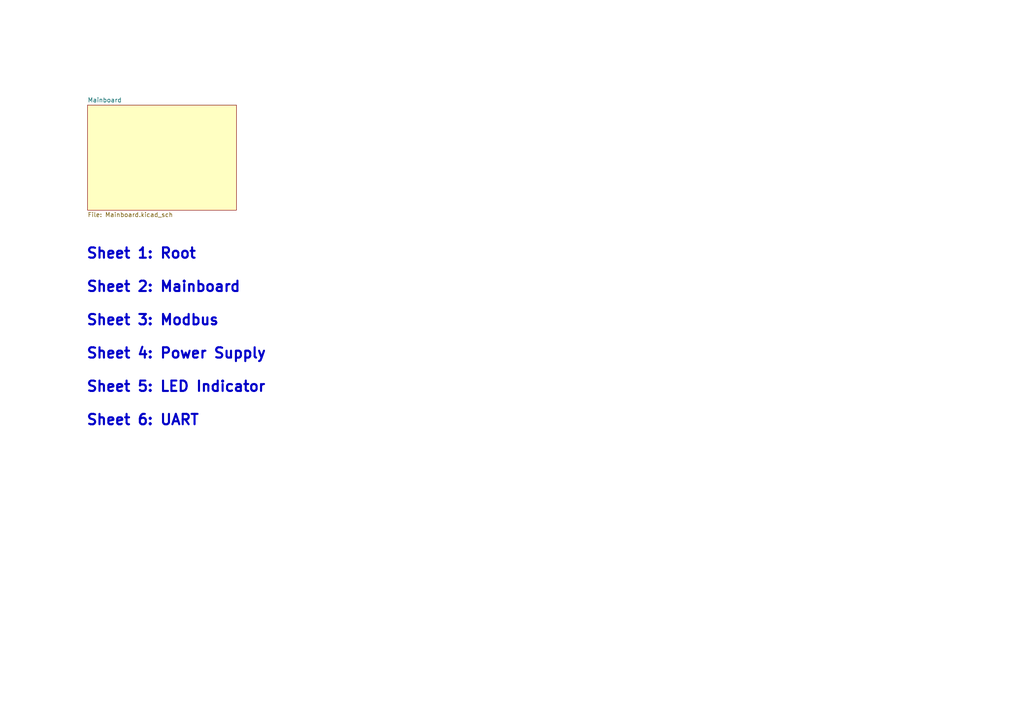
<source format=kicad_sch>
(kicad_sch
	(version 20231120)
	(generator "eeschema")
	(generator_version "8.0")
	(uuid "7eaed49e-949c-4b32-bb59-42041e199453")
	(paper "A4")
	(title_block
		(title "Prak Chilifong")
		(date "2024-10-06")
		(rev "2.0")
		(company "Root")
		(comment 1 "Mainboard PCB")
	)
	(lib_symbols)
	(text "Sheet 1: Root\n\nSheet 2: Mainboard\n\nSheet 3: Modbus\n\nSheet 4: Power Supply\n\nSheet 5: LED Indicator\n\nSheet 6: UART\n"
		(exclude_from_sim no)
		(at 24.892 71.882 0)
		(effects
			(font
				(size 3 3)
				(thickness 0.6)
				(bold yes)
			)
			(justify left top)
		)
		(uuid "64aed11f-2ac4-4b09-afe0-8dec00445d13")
	)
	(sheet
		(at 25.4 30.48)
		(size 43.18 30.48)
		(fields_autoplaced yes)
		(stroke
			(width 0.1524)
			(type solid)
		)
		(fill
			(color 255 255 194 1.0000)
		)
		(uuid "cb3a589e-3872-4cde-9770-3d39d4934022")
		(property "Sheetname" "Mainboard"
			(at 25.4 29.7684 0)
			(effects
				(font
					(size 1.27 1.27)
				)
				(justify left bottom)
			)
		)
		(property "Sheetfile" "Mainboard.kicad_sch"
			(at 25.4 61.5446 0)
			(effects
				(font
					(size 1.27 1.27)
				)
				(justify left top)
			)
		)
		(instances
			(project "LCD High Revolution"
				(path "/7eaed49e-949c-4b32-bb59-42041e199453"
					(page "2")
				)
			)
		)
	)
	(sheet_instances
		(path "/"
			(page "1")
		)
	)
)
</source>
